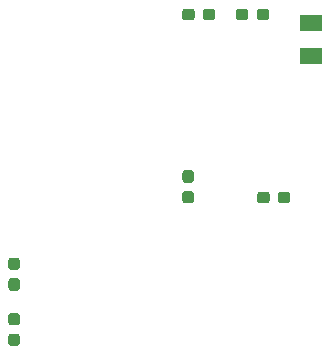
<source format=gbr>
G04 #@! TF.GenerationSoftware,KiCad,Pcbnew,(5.1.4)-1*
G04 #@! TF.CreationDate,2021-11-04T16:38:15-05:00*
G04 #@! TF.ProjectId,CareMate,43617265-4d61-4746-952e-6b696361645f,rev?*
G04 #@! TF.SameCoordinates,Original*
G04 #@! TF.FileFunction,Paste,Top*
G04 #@! TF.FilePolarity,Positive*
%FSLAX46Y46*%
G04 Gerber Fmt 4.6, Leading zero omitted, Abs format (unit mm)*
G04 Created by KiCad (PCBNEW (5.1.4)-1) date 2021-11-04 16:38:15*
%MOMM*%
%LPD*%
G04 APERTURE LIST*
%ADD10C,0.100000*%
%ADD11C,0.950000*%
%ADD12R,1.910000X1.370000*%
G04 APERTURE END LIST*
D10*
G36*
X96780779Y-48272144D02*
G01*
X96803834Y-48275563D01*
X96826443Y-48281227D01*
X96848387Y-48289079D01*
X96869457Y-48299044D01*
X96889448Y-48311026D01*
X96908168Y-48324910D01*
X96925438Y-48340562D01*
X96941090Y-48357832D01*
X96954974Y-48376552D01*
X96966956Y-48396543D01*
X96976921Y-48417613D01*
X96984773Y-48439557D01*
X96990437Y-48462166D01*
X96993856Y-48485221D01*
X96995000Y-48508500D01*
X96995000Y-49083500D01*
X96993856Y-49106779D01*
X96990437Y-49129834D01*
X96984773Y-49152443D01*
X96976921Y-49174387D01*
X96966956Y-49195457D01*
X96954974Y-49215448D01*
X96941090Y-49234168D01*
X96925438Y-49251438D01*
X96908168Y-49267090D01*
X96889448Y-49280974D01*
X96869457Y-49292956D01*
X96848387Y-49302921D01*
X96826443Y-49310773D01*
X96803834Y-49316437D01*
X96780779Y-49319856D01*
X96757500Y-49321000D01*
X96282500Y-49321000D01*
X96259221Y-49319856D01*
X96236166Y-49316437D01*
X96213557Y-49310773D01*
X96191613Y-49302921D01*
X96170543Y-49292956D01*
X96150552Y-49280974D01*
X96131832Y-49267090D01*
X96114562Y-49251438D01*
X96098910Y-49234168D01*
X96085026Y-49215448D01*
X96073044Y-49195457D01*
X96063079Y-49174387D01*
X96055227Y-49152443D01*
X96049563Y-49129834D01*
X96046144Y-49106779D01*
X96045000Y-49083500D01*
X96045000Y-48508500D01*
X96046144Y-48485221D01*
X96049563Y-48462166D01*
X96055227Y-48439557D01*
X96063079Y-48417613D01*
X96073044Y-48396543D01*
X96085026Y-48376552D01*
X96098910Y-48357832D01*
X96114562Y-48340562D01*
X96131832Y-48324910D01*
X96150552Y-48311026D01*
X96170543Y-48299044D01*
X96191613Y-48289079D01*
X96213557Y-48281227D01*
X96236166Y-48275563D01*
X96259221Y-48272144D01*
X96282500Y-48271000D01*
X96757500Y-48271000D01*
X96780779Y-48272144D01*
X96780779Y-48272144D01*
G37*
D11*
X96520000Y-48796000D03*
D10*
G36*
X96780779Y-50022144D02*
G01*
X96803834Y-50025563D01*
X96826443Y-50031227D01*
X96848387Y-50039079D01*
X96869457Y-50049044D01*
X96889448Y-50061026D01*
X96908168Y-50074910D01*
X96925438Y-50090562D01*
X96941090Y-50107832D01*
X96954974Y-50126552D01*
X96966956Y-50146543D01*
X96976921Y-50167613D01*
X96984773Y-50189557D01*
X96990437Y-50212166D01*
X96993856Y-50235221D01*
X96995000Y-50258500D01*
X96995000Y-50833500D01*
X96993856Y-50856779D01*
X96990437Y-50879834D01*
X96984773Y-50902443D01*
X96976921Y-50924387D01*
X96966956Y-50945457D01*
X96954974Y-50965448D01*
X96941090Y-50984168D01*
X96925438Y-51001438D01*
X96908168Y-51017090D01*
X96889448Y-51030974D01*
X96869457Y-51042956D01*
X96848387Y-51052921D01*
X96826443Y-51060773D01*
X96803834Y-51066437D01*
X96780779Y-51069856D01*
X96757500Y-51071000D01*
X96282500Y-51071000D01*
X96259221Y-51069856D01*
X96236166Y-51066437D01*
X96213557Y-51060773D01*
X96191613Y-51052921D01*
X96170543Y-51042956D01*
X96150552Y-51030974D01*
X96131832Y-51017090D01*
X96114562Y-51001438D01*
X96098910Y-50984168D01*
X96085026Y-50965448D01*
X96073044Y-50945457D01*
X96063079Y-50924387D01*
X96055227Y-50902443D01*
X96049563Y-50879834D01*
X96046144Y-50856779D01*
X96045000Y-50833500D01*
X96045000Y-50258500D01*
X96046144Y-50235221D01*
X96049563Y-50212166D01*
X96055227Y-50189557D01*
X96063079Y-50167613D01*
X96073044Y-50146543D01*
X96085026Y-50126552D01*
X96098910Y-50107832D01*
X96114562Y-50090562D01*
X96131832Y-50074910D01*
X96150552Y-50061026D01*
X96170543Y-50049044D01*
X96191613Y-50039079D01*
X96213557Y-50031227D01*
X96236166Y-50025563D01*
X96259221Y-50022144D01*
X96282500Y-50021000D01*
X96757500Y-50021000D01*
X96780779Y-50022144D01*
X96780779Y-50022144D01*
G37*
D11*
X96520000Y-50546000D03*
D10*
G36*
X96780779Y-52957144D02*
G01*
X96803834Y-52960563D01*
X96826443Y-52966227D01*
X96848387Y-52974079D01*
X96869457Y-52984044D01*
X96889448Y-52996026D01*
X96908168Y-53009910D01*
X96925438Y-53025562D01*
X96941090Y-53042832D01*
X96954974Y-53061552D01*
X96966956Y-53081543D01*
X96976921Y-53102613D01*
X96984773Y-53124557D01*
X96990437Y-53147166D01*
X96993856Y-53170221D01*
X96995000Y-53193500D01*
X96995000Y-53768500D01*
X96993856Y-53791779D01*
X96990437Y-53814834D01*
X96984773Y-53837443D01*
X96976921Y-53859387D01*
X96966956Y-53880457D01*
X96954974Y-53900448D01*
X96941090Y-53919168D01*
X96925438Y-53936438D01*
X96908168Y-53952090D01*
X96889448Y-53965974D01*
X96869457Y-53977956D01*
X96848387Y-53987921D01*
X96826443Y-53995773D01*
X96803834Y-54001437D01*
X96780779Y-54004856D01*
X96757500Y-54006000D01*
X96282500Y-54006000D01*
X96259221Y-54004856D01*
X96236166Y-54001437D01*
X96213557Y-53995773D01*
X96191613Y-53987921D01*
X96170543Y-53977956D01*
X96150552Y-53965974D01*
X96131832Y-53952090D01*
X96114562Y-53936438D01*
X96098910Y-53919168D01*
X96085026Y-53900448D01*
X96073044Y-53880457D01*
X96063079Y-53859387D01*
X96055227Y-53837443D01*
X96049563Y-53814834D01*
X96046144Y-53791779D01*
X96045000Y-53768500D01*
X96045000Y-53193500D01*
X96046144Y-53170221D01*
X96049563Y-53147166D01*
X96055227Y-53124557D01*
X96063079Y-53102613D01*
X96073044Y-53081543D01*
X96085026Y-53061552D01*
X96098910Y-53042832D01*
X96114562Y-53025562D01*
X96131832Y-53009910D01*
X96150552Y-52996026D01*
X96170543Y-52984044D01*
X96191613Y-52974079D01*
X96213557Y-52966227D01*
X96236166Y-52960563D01*
X96259221Y-52957144D01*
X96282500Y-52956000D01*
X96757500Y-52956000D01*
X96780779Y-52957144D01*
X96780779Y-52957144D01*
G37*
D11*
X96520000Y-53481000D03*
D10*
G36*
X96780779Y-54707144D02*
G01*
X96803834Y-54710563D01*
X96826443Y-54716227D01*
X96848387Y-54724079D01*
X96869457Y-54734044D01*
X96889448Y-54746026D01*
X96908168Y-54759910D01*
X96925438Y-54775562D01*
X96941090Y-54792832D01*
X96954974Y-54811552D01*
X96966956Y-54831543D01*
X96976921Y-54852613D01*
X96984773Y-54874557D01*
X96990437Y-54897166D01*
X96993856Y-54920221D01*
X96995000Y-54943500D01*
X96995000Y-55518500D01*
X96993856Y-55541779D01*
X96990437Y-55564834D01*
X96984773Y-55587443D01*
X96976921Y-55609387D01*
X96966956Y-55630457D01*
X96954974Y-55650448D01*
X96941090Y-55669168D01*
X96925438Y-55686438D01*
X96908168Y-55702090D01*
X96889448Y-55715974D01*
X96869457Y-55727956D01*
X96848387Y-55737921D01*
X96826443Y-55745773D01*
X96803834Y-55751437D01*
X96780779Y-55754856D01*
X96757500Y-55756000D01*
X96282500Y-55756000D01*
X96259221Y-55754856D01*
X96236166Y-55751437D01*
X96213557Y-55745773D01*
X96191613Y-55737921D01*
X96170543Y-55727956D01*
X96150552Y-55715974D01*
X96131832Y-55702090D01*
X96114562Y-55686438D01*
X96098910Y-55669168D01*
X96085026Y-55650448D01*
X96073044Y-55630457D01*
X96063079Y-55609387D01*
X96055227Y-55587443D01*
X96049563Y-55564834D01*
X96046144Y-55541779D01*
X96045000Y-55518500D01*
X96045000Y-54943500D01*
X96046144Y-54920221D01*
X96049563Y-54897166D01*
X96055227Y-54874557D01*
X96063079Y-54852613D01*
X96073044Y-54831543D01*
X96085026Y-54811552D01*
X96098910Y-54792832D01*
X96114562Y-54775562D01*
X96131832Y-54759910D01*
X96150552Y-54746026D01*
X96170543Y-54734044D01*
X96191613Y-54724079D01*
X96213557Y-54716227D01*
X96236166Y-54710563D01*
X96259221Y-54707144D01*
X96282500Y-54706000D01*
X96757500Y-54706000D01*
X96780779Y-54707144D01*
X96780779Y-54707144D01*
G37*
D11*
X96520000Y-55231000D03*
D10*
G36*
X111512779Y-42628144D02*
G01*
X111535834Y-42631563D01*
X111558443Y-42637227D01*
X111580387Y-42645079D01*
X111601457Y-42655044D01*
X111621448Y-42667026D01*
X111640168Y-42680910D01*
X111657438Y-42696562D01*
X111673090Y-42713832D01*
X111686974Y-42732552D01*
X111698956Y-42752543D01*
X111708921Y-42773613D01*
X111716773Y-42795557D01*
X111722437Y-42818166D01*
X111725856Y-42841221D01*
X111727000Y-42864500D01*
X111727000Y-43439500D01*
X111725856Y-43462779D01*
X111722437Y-43485834D01*
X111716773Y-43508443D01*
X111708921Y-43530387D01*
X111698956Y-43551457D01*
X111686974Y-43571448D01*
X111673090Y-43590168D01*
X111657438Y-43607438D01*
X111640168Y-43623090D01*
X111621448Y-43636974D01*
X111601457Y-43648956D01*
X111580387Y-43658921D01*
X111558443Y-43666773D01*
X111535834Y-43672437D01*
X111512779Y-43675856D01*
X111489500Y-43677000D01*
X111014500Y-43677000D01*
X110991221Y-43675856D01*
X110968166Y-43672437D01*
X110945557Y-43666773D01*
X110923613Y-43658921D01*
X110902543Y-43648956D01*
X110882552Y-43636974D01*
X110863832Y-43623090D01*
X110846562Y-43607438D01*
X110830910Y-43590168D01*
X110817026Y-43571448D01*
X110805044Y-43551457D01*
X110795079Y-43530387D01*
X110787227Y-43508443D01*
X110781563Y-43485834D01*
X110778144Y-43462779D01*
X110777000Y-43439500D01*
X110777000Y-42864500D01*
X110778144Y-42841221D01*
X110781563Y-42818166D01*
X110787227Y-42795557D01*
X110795079Y-42773613D01*
X110805044Y-42752543D01*
X110817026Y-42732552D01*
X110830910Y-42713832D01*
X110846562Y-42696562D01*
X110863832Y-42680910D01*
X110882552Y-42667026D01*
X110902543Y-42655044D01*
X110923613Y-42645079D01*
X110945557Y-42637227D01*
X110968166Y-42631563D01*
X110991221Y-42628144D01*
X111014500Y-42627000D01*
X111489500Y-42627000D01*
X111512779Y-42628144D01*
X111512779Y-42628144D01*
G37*
D11*
X111252000Y-43152000D03*
D10*
G36*
X111512779Y-40878144D02*
G01*
X111535834Y-40881563D01*
X111558443Y-40887227D01*
X111580387Y-40895079D01*
X111601457Y-40905044D01*
X111621448Y-40917026D01*
X111640168Y-40930910D01*
X111657438Y-40946562D01*
X111673090Y-40963832D01*
X111686974Y-40982552D01*
X111698956Y-41002543D01*
X111708921Y-41023613D01*
X111716773Y-41045557D01*
X111722437Y-41068166D01*
X111725856Y-41091221D01*
X111727000Y-41114500D01*
X111727000Y-41689500D01*
X111725856Y-41712779D01*
X111722437Y-41735834D01*
X111716773Y-41758443D01*
X111708921Y-41780387D01*
X111698956Y-41801457D01*
X111686974Y-41821448D01*
X111673090Y-41840168D01*
X111657438Y-41857438D01*
X111640168Y-41873090D01*
X111621448Y-41886974D01*
X111601457Y-41898956D01*
X111580387Y-41908921D01*
X111558443Y-41916773D01*
X111535834Y-41922437D01*
X111512779Y-41925856D01*
X111489500Y-41927000D01*
X111014500Y-41927000D01*
X110991221Y-41925856D01*
X110968166Y-41922437D01*
X110945557Y-41916773D01*
X110923613Y-41908921D01*
X110902543Y-41898956D01*
X110882552Y-41886974D01*
X110863832Y-41873090D01*
X110846562Y-41857438D01*
X110830910Y-41840168D01*
X110817026Y-41821448D01*
X110805044Y-41801457D01*
X110795079Y-41780387D01*
X110787227Y-41758443D01*
X110781563Y-41735834D01*
X110778144Y-41712779D01*
X110777000Y-41689500D01*
X110777000Y-41114500D01*
X110778144Y-41091221D01*
X110781563Y-41068166D01*
X110787227Y-41045557D01*
X110795079Y-41023613D01*
X110805044Y-41002543D01*
X110817026Y-40982552D01*
X110830910Y-40963832D01*
X110846562Y-40946562D01*
X110863832Y-40930910D01*
X110882552Y-40917026D01*
X110902543Y-40905044D01*
X110923613Y-40895079D01*
X110945557Y-40887227D01*
X110968166Y-40881563D01*
X110991221Y-40878144D01*
X111014500Y-40877000D01*
X111489500Y-40877000D01*
X111512779Y-40878144D01*
X111512779Y-40878144D01*
G37*
D11*
X111252000Y-41402000D03*
D10*
G36*
X117884779Y-27212144D02*
G01*
X117907834Y-27215563D01*
X117930443Y-27221227D01*
X117952387Y-27229079D01*
X117973457Y-27239044D01*
X117993448Y-27251026D01*
X118012168Y-27264910D01*
X118029438Y-27280562D01*
X118045090Y-27297832D01*
X118058974Y-27316552D01*
X118070956Y-27336543D01*
X118080921Y-27357613D01*
X118088773Y-27379557D01*
X118094437Y-27402166D01*
X118097856Y-27425221D01*
X118099000Y-27448500D01*
X118099000Y-27923500D01*
X118097856Y-27946779D01*
X118094437Y-27969834D01*
X118088773Y-27992443D01*
X118080921Y-28014387D01*
X118070956Y-28035457D01*
X118058974Y-28055448D01*
X118045090Y-28074168D01*
X118029438Y-28091438D01*
X118012168Y-28107090D01*
X117993448Y-28120974D01*
X117973457Y-28132956D01*
X117952387Y-28142921D01*
X117930443Y-28150773D01*
X117907834Y-28156437D01*
X117884779Y-28159856D01*
X117861500Y-28161000D01*
X117286500Y-28161000D01*
X117263221Y-28159856D01*
X117240166Y-28156437D01*
X117217557Y-28150773D01*
X117195613Y-28142921D01*
X117174543Y-28132956D01*
X117154552Y-28120974D01*
X117135832Y-28107090D01*
X117118562Y-28091438D01*
X117102910Y-28074168D01*
X117089026Y-28055448D01*
X117077044Y-28035457D01*
X117067079Y-28014387D01*
X117059227Y-27992443D01*
X117053563Y-27969834D01*
X117050144Y-27946779D01*
X117049000Y-27923500D01*
X117049000Y-27448500D01*
X117050144Y-27425221D01*
X117053563Y-27402166D01*
X117059227Y-27379557D01*
X117067079Y-27357613D01*
X117077044Y-27336543D01*
X117089026Y-27316552D01*
X117102910Y-27297832D01*
X117118562Y-27280562D01*
X117135832Y-27264910D01*
X117154552Y-27251026D01*
X117174543Y-27239044D01*
X117195613Y-27229079D01*
X117217557Y-27221227D01*
X117240166Y-27215563D01*
X117263221Y-27212144D01*
X117286500Y-27211000D01*
X117861500Y-27211000D01*
X117884779Y-27212144D01*
X117884779Y-27212144D01*
G37*
D11*
X117574000Y-27686000D03*
D10*
G36*
X116134779Y-27212144D02*
G01*
X116157834Y-27215563D01*
X116180443Y-27221227D01*
X116202387Y-27229079D01*
X116223457Y-27239044D01*
X116243448Y-27251026D01*
X116262168Y-27264910D01*
X116279438Y-27280562D01*
X116295090Y-27297832D01*
X116308974Y-27316552D01*
X116320956Y-27336543D01*
X116330921Y-27357613D01*
X116338773Y-27379557D01*
X116344437Y-27402166D01*
X116347856Y-27425221D01*
X116349000Y-27448500D01*
X116349000Y-27923500D01*
X116347856Y-27946779D01*
X116344437Y-27969834D01*
X116338773Y-27992443D01*
X116330921Y-28014387D01*
X116320956Y-28035457D01*
X116308974Y-28055448D01*
X116295090Y-28074168D01*
X116279438Y-28091438D01*
X116262168Y-28107090D01*
X116243448Y-28120974D01*
X116223457Y-28132956D01*
X116202387Y-28142921D01*
X116180443Y-28150773D01*
X116157834Y-28156437D01*
X116134779Y-28159856D01*
X116111500Y-28161000D01*
X115536500Y-28161000D01*
X115513221Y-28159856D01*
X115490166Y-28156437D01*
X115467557Y-28150773D01*
X115445613Y-28142921D01*
X115424543Y-28132956D01*
X115404552Y-28120974D01*
X115385832Y-28107090D01*
X115368562Y-28091438D01*
X115352910Y-28074168D01*
X115339026Y-28055448D01*
X115327044Y-28035457D01*
X115317079Y-28014387D01*
X115309227Y-27992443D01*
X115303563Y-27969834D01*
X115300144Y-27946779D01*
X115299000Y-27923500D01*
X115299000Y-27448500D01*
X115300144Y-27425221D01*
X115303563Y-27402166D01*
X115309227Y-27379557D01*
X115317079Y-27357613D01*
X115327044Y-27336543D01*
X115339026Y-27316552D01*
X115352910Y-27297832D01*
X115368562Y-27280562D01*
X115385832Y-27264910D01*
X115404552Y-27251026D01*
X115424543Y-27239044D01*
X115445613Y-27229079D01*
X115467557Y-27221227D01*
X115490166Y-27215563D01*
X115513221Y-27212144D01*
X115536500Y-27211000D01*
X116111500Y-27211000D01*
X116134779Y-27212144D01*
X116134779Y-27212144D01*
G37*
D11*
X115824000Y-27686000D03*
D12*
X121666000Y-31242000D03*
X121666000Y-28400000D03*
D10*
G36*
X119690779Y-42706144D02*
G01*
X119713834Y-42709563D01*
X119736443Y-42715227D01*
X119758387Y-42723079D01*
X119779457Y-42733044D01*
X119799448Y-42745026D01*
X119818168Y-42758910D01*
X119835438Y-42774562D01*
X119851090Y-42791832D01*
X119864974Y-42810552D01*
X119876956Y-42830543D01*
X119886921Y-42851613D01*
X119894773Y-42873557D01*
X119900437Y-42896166D01*
X119903856Y-42919221D01*
X119905000Y-42942500D01*
X119905000Y-43417500D01*
X119903856Y-43440779D01*
X119900437Y-43463834D01*
X119894773Y-43486443D01*
X119886921Y-43508387D01*
X119876956Y-43529457D01*
X119864974Y-43549448D01*
X119851090Y-43568168D01*
X119835438Y-43585438D01*
X119818168Y-43601090D01*
X119799448Y-43614974D01*
X119779457Y-43626956D01*
X119758387Y-43636921D01*
X119736443Y-43644773D01*
X119713834Y-43650437D01*
X119690779Y-43653856D01*
X119667500Y-43655000D01*
X119092500Y-43655000D01*
X119069221Y-43653856D01*
X119046166Y-43650437D01*
X119023557Y-43644773D01*
X119001613Y-43636921D01*
X118980543Y-43626956D01*
X118960552Y-43614974D01*
X118941832Y-43601090D01*
X118924562Y-43585438D01*
X118908910Y-43568168D01*
X118895026Y-43549448D01*
X118883044Y-43529457D01*
X118873079Y-43508387D01*
X118865227Y-43486443D01*
X118859563Y-43463834D01*
X118856144Y-43440779D01*
X118855000Y-43417500D01*
X118855000Y-42942500D01*
X118856144Y-42919221D01*
X118859563Y-42896166D01*
X118865227Y-42873557D01*
X118873079Y-42851613D01*
X118883044Y-42830543D01*
X118895026Y-42810552D01*
X118908910Y-42791832D01*
X118924562Y-42774562D01*
X118941832Y-42758910D01*
X118960552Y-42745026D01*
X118980543Y-42733044D01*
X119001613Y-42723079D01*
X119023557Y-42715227D01*
X119046166Y-42709563D01*
X119069221Y-42706144D01*
X119092500Y-42705000D01*
X119667500Y-42705000D01*
X119690779Y-42706144D01*
X119690779Y-42706144D01*
G37*
D11*
X119380000Y-43180000D03*
D10*
G36*
X117940779Y-42706144D02*
G01*
X117963834Y-42709563D01*
X117986443Y-42715227D01*
X118008387Y-42723079D01*
X118029457Y-42733044D01*
X118049448Y-42745026D01*
X118068168Y-42758910D01*
X118085438Y-42774562D01*
X118101090Y-42791832D01*
X118114974Y-42810552D01*
X118126956Y-42830543D01*
X118136921Y-42851613D01*
X118144773Y-42873557D01*
X118150437Y-42896166D01*
X118153856Y-42919221D01*
X118155000Y-42942500D01*
X118155000Y-43417500D01*
X118153856Y-43440779D01*
X118150437Y-43463834D01*
X118144773Y-43486443D01*
X118136921Y-43508387D01*
X118126956Y-43529457D01*
X118114974Y-43549448D01*
X118101090Y-43568168D01*
X118085438Y-43585438D01*
X118068168Y-43601090D01*
X118049448Y-43614974D01*
X118029457Y-43626956D01*
X118008387Y-43636921D01*
X117986443Y-43644773D01*
X117963834Y-43650437D01*
X117940779Y-43653856D01*
X117917500Y-43655000D01*
X117342500Y-43655000D01*
X117319221Y-43653856D01*
X117296166Y-43650437D01*
X117273557Y-43644773D01*
X117251613Y-43636921D01*
X117230543Y-43626956D01*
X117210552Y-43614974D01*
X117191832Y-43601090D01*
X117174562Y-43585438D01*
X117158910Y-43568168D01*
X117145026Y-43549448D01*
X117133044Y-43529457D01*
X117123079Y-43508387D01*
X117115227Y-43486443D01*
X117109563Y-43463834D01*
X117106144Y-43440779D01*
X117105000Y-43417500D01*
X117105000Y-42942500D01*
X117106144Y-42919221D01*
X117109563Y-42896166D01*
X117115227Y-42873557D01*
X117123079Y-42851613D01*
X117133044Y-42830543D01*
X117145026Y-42810552D01*
X117158910Y-42791832D01*
X117174562Y-42774562D01*
X117191832Y-42758910D01*
X117210552Y-42745026D01*
X117230543Y-42733044D01*
X117251613Y-42723079D01*
X117273557Y-42715227D01*
X117296166Y-42709563D01*
X117319221Y-42706144D01*
X117342500Y-42705000D01*
X117917500Y-42705000D01*
X117940779Y-42706144D01*
X117940779Y-42706144D01*
G37*
D11*
X117630000Y-43180000D03*
D10*
G36*
X113340779Y-27212144D02*
G01*
X113363834Y-27215563D01*
X113386443Y-27221227D01*
X113408387Y-27229079D01*
X113429457Y-27239044D01*
X113449448Y-27251026D01*
X113468168Y-27264910D01*
X113485438Y-27280562D01*
X113501090Y-27297832D01*
X113514974Y-27316552D01*
X113526956Y-27336543D01*
X113536921Y-27357613D01*
X113544773Y-27379557D01*
X113550437Y-27402166D01*
X113553856Y-27425221D01*
X113555000Y-27448500D01*
X113555000Y-27923500D01*
X113553856Y-27946779D01*
X113550437Y-27969834D01*
X113544773Y-27992443D01*
X113536921Y-28014387D01*
X113526956Y-28035457D01*
X113514974Y-28055448D01*
X113501090Y-28074168D01*
X113485438Y-28091438D01*
X113468168Y-28107090D01*
X113449448Y-28120974D01*
X113429457Y-28132956D01*
X113408387Y-28142921D01*
X113386443Y-28150773D01*
X113363834Y-28156437D01*
X113340779Y-28159856D01*
X113317500Y-28161000D01*
X112742500Y-28161000D01*
X112719221Y-28159856D01*
X112696166Y-28156437D01*
X112673557Y-28150773D01*
X112651613Y-28142921D01*
X112630543Y-28132956D01*
X112610552Y-28120974D01*
X112591832Y-28107090D01*
X112574562Y-28091438D01*
X112558910Y-28074168D01*
X112545026Y-28055448D01*
X112533044Y-28035457D01*
X112523079Y-28014387D01*
X112515227Y-27992443D01*
X112509563Y-27969834D01*
X112506144Y-27946779D01*
X112505000Y-27923500D01*
X112505000Y-27448500D01*
X112506144Y-27425221D01*
X112509563Y-27402166D01*
X112515227Y-27379557D01*
X112523079Y-27357613D01*
X112533044Y-27336543D01*
X112545026Y-27316552D01*
X112558910Y-27297832D01*
X112574562Y-27280562D01*
X112591832Y-27264910D01*
X112610552Y-27251026D01*
X112630543Y-27239044D01*
X112651613Y-27229079D01*
X112673557Y-27221227D01*
X112696166Y-27215563D01*
X112719221Y-27212144D01*
X112742500Y-27211000D01*
X113317500Y-27211000D01*
X113340779Y-27212144D01*
X113340779Y-27212144D01*
G37*
D11*
X113030000Y-27686000D03*
D10*
G36*
X111590779Y-27212144D02*
G01*
X111613834Y-27215563D01*
X111636443Y-27221227D01*
X111658387Y-27229079D01*
X111679457Y-27239044D01*
X111699448Y-27251026D01*
X111718168Y-27264910D01*
X111735438Y-27280562D01*
X111751090Y-27297832D01*
X111764974Y-27316552D01*
X111776956Y-27336543D01*
X111786921Y-27357613D01*
X111794773Y-27379557D01*
X111800437Y-27402166D01*
X111803856Y-27425221D01*
X111805000Y-27448500D01*
X111805000Y-27923500D01*
X111803856Y-27946779D01*
X111800437Y-27969834D01*
X111794773Y-27992443D01*
X111786921Y-28014387D01*
X111776956Y-28035457D01*
X111764974Y-28055448D01*
X111751090Y-28074168D01*
X111735438Y-28091438D01*
X111718168Y-28107090D01*
X111699448Y-28120974D01*
X111679457Y-28132956D01*
X111658387Y-28142921D01*
X111636443Y-28150773D01*
X111613834Y-28156437D01*
X111590779Y-28159856D01*
X111567500Y-28161000D01*
X110992500Y-28161000D01*
X110969221Y-28159856D01*
X110946166Y-28156437D01*
X110923557Y-28150773D01*
X110901613Y-28142921D01*
X110880543Y-28132956D01*
X110860552Y-28120974D01*
X110841832Y-28107090D01*
X110824562Y-28091438D01*
X110808910Y-28074168D01*
X110795026Y-28055448D01*
X110783044Y-28035457D01*
X110773079Y-28014387D01*
X110765227Y-27992443D01*
X110759563Y-27969834D01*
X110756144Y-27946779D01*
X110755000Y-27923500D01*
X110755000Y-27448500D01*
X110756144Y-27425221D01*
X110759563Y-27402166D01*
X110765227Y-27379557D01*
X110773079Y-27357613D01*
X110783044Y-27336543D01*
X110795026Y-27316552D01*
X110808910Y-27297832D01*
X110824562Y-27280562D01*
X110841832Y-27264910D01*
X110860552Y-27251026D01*
X110880543Y-27239044D01*
X110901613Y-27229079D01*
X110923557Y-27221227D01*
X110946166Y-27215563D01*
X110969221Y-27212144D01*
X110992500Y-27211000D01*
X111567500Y-27211000D01*
X111590779Y-27212144D01*
X111590779Y-27212144D01*
G37*
D11*
X111280000Y-27686000D03*
M02*

</source>
